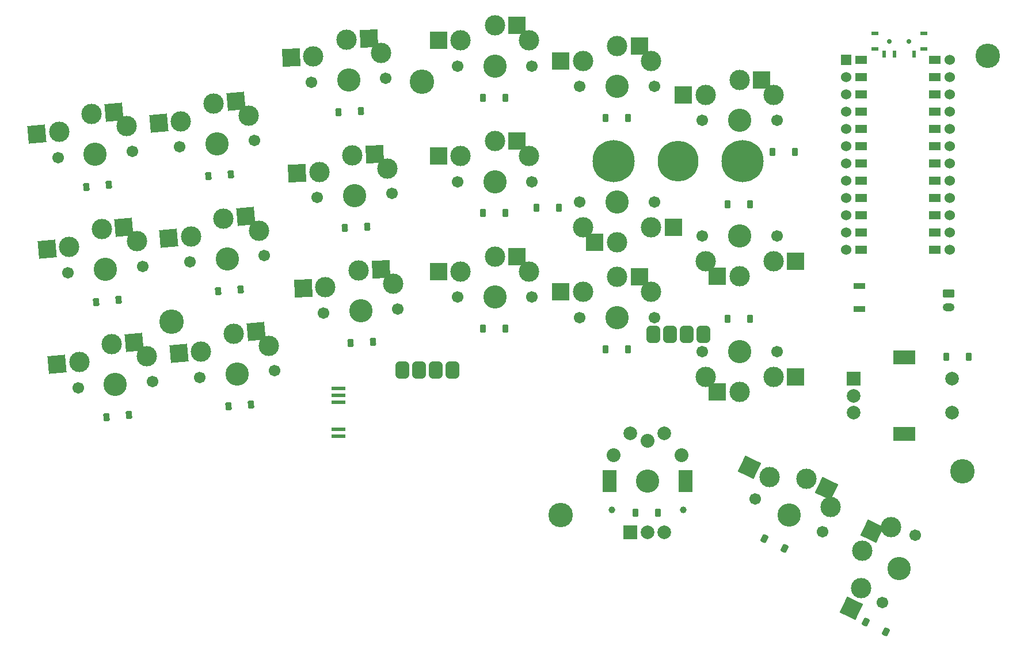
<source format=gts>
G04 #@! TF.GenerationSoftware,KiCad,Pcbnew,8.0.5*
G04 #@! TF.CreationDate,2024-10-04T22:09:34+02:00*
G04 #@! TF.ProjectId,hookah,686f6f6b-6168-42e6-9b69-6361645f7063,1*
G04 #@! TF.SameCoordinates,Original*
G04 #@! TF.FileFunction,Soldermask,Top*
G04 #@! TF.FilePolarity,Negative*
%FSLAX46Y46*%
G04 Gerber Fmt 4.6, Leading zero omitted, Abs format (unit mm)*
G04 Created by KiCad (PCBNEW 8.0.5) date 2024-10-04 22:09:34*
%MOMM*%
%LPD*%
G01*
G04 APERTURE LIST*
G04 Aperture macros list*
%AMRoundRect*
0 Rectangle with rounded corners*
0 $1 Rounding radius*
0 $2 $3 $4 $5 $6 $7 $8 $9 X,Y pos of 4 corners*
0 Add a 4 corners polygon primitive as box body*
4,1,4,$2,$3,$4,$5,$6,$7,$8,$9,$2,$3,0*
0 Add four circle primitives for the rounded corners*
1,1,$1+$1,$2,$3*
1,1,$1+$1,$4,$5*
1,1,$1+$1,$6,$7*
1,1,$1+$1,$8,$9*
0 Add four rect primitives between the rounded corners*
20,1,$1+$1,$2,$3,$4,$5,0*
20,1,$1+$1,$4,$5,$6,$7,0*
20,1,$1+$1,$6,$7,$8,$9,0*
20,1,$1+$1,$8,$9,$2,$3,0*%
%AMRotRect*
0 Rectangle, with rotation*
0 The origin of the aperture is its center*
0 $1 length*
0 $2 width*
0 $3 Rotation angle, in degrees counterclockwise*
0 Add horizontal line*
21,1,$1,$2,0,0,$3*%
%AMFreePoly0*
4,1,6,0.600000,0.200000,0.000000,-0.400000,-0.600000,0.200000,-0.600000,0.400000,0.600000,0.400000,0.600000,0.200000,0.600000,0.200000,$1*%
%AMFreePoly1*
4,1,6,0.600000,-0.250000,-0.600000,-0.250000,-0.600000,1.000000,0.000000,0.400000,0.600000,1.000000,0.600000,-0.250000,0.600000,-0.250000,$1*%
G04 Aperture macros list end*
%ADD10C,0.200000*%
%ADD11RoundRect,0.225000X0.225000X0.375000X-0.225000X0.375000X-0.225000X-0.375000X0.225000X-0.375000X0*%
%ADD12C,1.701800*%
%ADD13C,3.000000*%
%ADD14C,3.429000*%
%ADD15R,2.600000X2.600000*%
%ADD16RotRect,2.600000X2.600000X244.000000*%
%ADD17RoundRect,0.225000X0.191460X0.393183X-0.256827X0.353963X-0.191460X-0.393183X0.256827X-0.353963X0*%
%ADD18RoundRect,0.225000X0.366618X0.238414X-0.037839X0.435681X-0.366618X-0.238414X0.037839X-0.435681X0*%
%ADD19RotRect,2.600000X2.600000X183.000000*%
%ADD20R,2.000000X2.000000*%
%ADD21C,2.000000*%
%ADD22R,3.200000X2.000000*%
%ADD23RotRect,2.600000X2.600000X185.000000*%
%ADD24C,3.600000*%
%ADD25C,1.524000*%
%ADD26FreePoly0,270.000000*%
%ADD27FreePoly0,90.000000*%
%ADD28R,1.524000X1.524000*%
%ADD29FreePoly1,270.000000*%
%ADD30FreePoly1,90.000000*%
%ADD31R,2.000000X0.610000*%
%ADD32R,2.000000X3.200000*%
%ADD33R,1.100000X0.600000*%
%ADD34R,1.000000X0.600000*%
%ADD35C,0.700000*%
%ADD36R,0.600000X1.000000*%
%ADD37RotRect,2.600000X2.600000X154.000000*%
%ADD38RoundRect,0.225000X0.205066X0.386262X-0.244318X0.362710X-0.205066X-0.386262X0.244318X-0.362710X0*%
%ADD39RoundRect,0.225000X0.231510X0.371016X-0.218421X0.378870X-0.231510X-0.371016X0.218421X-0.378870X0*%
%ADD40RoundRect,0.250000X-0.625000X0.350000X-0.625000X-0.350000X0.625000X-0.350000X0.625000X0.350000X0*%
%ADD41O,1.750000X1.200000*%
%ADD42R,1.700000X0.900000*%
%ADD43C,6.200000*%
%ADD44C,6.000000*%
%ADD45RoundRect,0.500000X-0.500000X0.750000X-0.500000X-0.750000X0.500000X-0.750000X0.500000X0.750000X0*%
%ADD46C,0.990600*%
%ADD47C,2.032000*%
%ADD48RoundRect,0.500000X0.500000X-0.750000X0.500000X0.750000X-0.500000X0.750000X-0.500000X-0.750000X0*%
G04 APERTURE END LIST*
D10*
X178663786Y-42304555D02*
X177647786Y-42304555D01*
X177647786Y-41288555D01*
X178663786Y-41288555D01*
X178663786Y-42304555D01*
G36*
X178663786Y-42304555D02*
G01*
X177647786Y-42304555D01*
X177647786Y-41288555D01*
X178663786Y-41288555D01*
X178663786Y-42304555D01*
G37*
X178663786Y-44844555D02*
X177647786Y-44844555D01*
X177647786Y-43828555D01*
X178663786Y-43828555D01*
X178663786Y-44844555D01*
G36*
X178663786Y-44844555D02*
G01*
X177647786Y-44844555D01*
X177647786Y-43828555D01*
X178663786Y-43828555D01*
X178663786Y-44844555D01*
G37*
X178663786Y-47384555D02*
X177647786Y-47384555D01*
X177647786Y-46368555D01*
X178663786Y-46368555D01*
X178663786Y-47384555D01*
G36*
X178663786Y-47384555D02*
G01*
X177647786Y-47384555D01*
X177647786Y-46368555D01*
X178663786Y-46368555D01*
X178663786Y-47384555D01*
G37*
X178663786Y-49924555D02*
X177647786Y-49924555D01*
X177647786Y-48908555D01*
X178663786Y-48908555D01*
X178663786Y-49924555D01*
G36*
X178663786Y-49924555D02*
G01*
X177647786Y-49924555D01*
X177647786Y-48908555D01*
X178663786Y-48908555D01*
X178663786Y-49924555D01*
G37*
X178663786Y-52464555D02*
X177647786Y-52464555D01*
X177647786Y-51448555D01*
X178663786Y-51448555D01*
X178663786Y-52464555D01*
G36*
X178663786Y-52464555D02*
G01*
X177647786Y-52464555D01*
X177647786Y-51448555D01*
X178663786Y-51448555D01*
X178663786Y-52464555D01*
G37*
X178663786Y-55004554D02*
X177647786Y-55004555D01*
X177647786Y-53988555D01*
X178663786Y-53988555D01*
X178663786Y-55004554D01*
G36*
X178663786Y-55004554D02*
G01*
X177647786Y-55004555D01*
X177647786Y-53988555D01*
X178663786Y-53988555D01*
X178663786Y-55004554D01*
G37*
X178663786Y-57544555D02*
X177647786Y-57544555D01*
X177647786Y-56528555D01*
X178663786Y-56528555D01*
X178663786Y-57544555D01*
G36*
X178663786Y-57544555D02*
G01*
X177647786Y-57544555D01*
X177647786Y-56528555D01*
X178663786Y-56528555D01*
X178663786Y-57544555D01*
G37*
X178663786Y-60084555D02*
X177647786Y-60084555D01*
X177647786Y-59068555D01*
X178663786Y-59068555D01*
X178663786Y-60084555D01*
G36*
X178663786Y-60084555D02*
G01*
X177647786Y-60084555D01*
X177647786Y-59068555D01*
X178663786Y-59068555D01*
X178663786Y-60084555D01*
G37*
X178663786Y-62624555D02*
X177647786Y-62624555D01*
X177647786Y-61608555D01*
X178663786Y-61608555D01*
X178663786Y-62624555D01*
G36*
X178663786Y-62624555D02*
G01*
X177647786Y-62624555D01*
X177647786Y-61608555D01*
X178663786Y-61608555D01*
X178663786Y-62624555D01*
G37*
X178663786Y-65164555D02*
X177647786Y-65164555D01*
X177647786Y-64148555D01*
X178663786Y-64148555D01*
X178663786Y-65164555D01*
G36*
X178663786Y-65164555D02*
G01*
X177647786Y-65164555D01*
X177647786Y-64148555D01*
X178663786Y-64148555D01*
X178663786Y-65164555D01*
G37*
X178663786Y-67704555D02*
X177647786Y-67704555D01*
X177647786Y-66688555D01*
X178663786Y-66688555D01*
X178663786Y-67704555D01*
G36*
X178663786Y-67704555D02*
G01*
X177647786Y-67704555D01*
X177647786Y-66688555D01*
X178663786Y-66688555D01*
X178663786Y-67704555D01*
G37*
X178663786Y-70244555D02*
X177647786Y-70244555D01*
X177647786Y-69228555D01*
X178663786Y-69228555D01*
X178663786Y-70244555D01*
G36*
X178663786Y-70244555D02*
G01*
X177647786Y-70244555D01*
X177647786Y-69228555D01*
X178663786Y-69228555D01*
X178663786Y-70244555D01*
G37*
X189839786Y-42304555D02*
X188823786Y-42304555D01*
X188823786Y-41288555D01*
X189839786Y-41288555D01*
X189839786Y-42304555D01*
G36*
X189839786Y-42304555D02*
G01*
X188823786Y-42304555D01*
X188823786Y-41288555D01*
X189839786Y-41288555D01*
X189839786Y-42304555D01*
G37*
X189839786Y-44844555D02*
X188823786Y-44844555D01*
X188823786Y-43828555D01*
X189839786Y-43828555D01*
X189839786Y-44844555D01*
G36*
X189839786Y-44844555D02*
G01*
X188823786Y-44844555D01*
X188823786Y-43828555D01*
X189839786Y-43828555D01*
X189839786Y-44844555D01*
G37*
X189839786Y-47384555D02*
X188823786Y-47384555D01*
X188823786Y-46368555D01*
X189839786Y-46368555D01*
X189839786Y-47384555D01*
G36*
X189839786Y-47384555D02*
G01*
X188823786Y-47384555D01*
X188823786Y-46368555D01*
X189839786Y-46368555D01*
X189839786Y-47384555D01*
G37*
X189839786Y-49924555D02*
X188823786Y-49924555D01*
X188823786Y-48908555D01*
X189839786Y-48908555D01*
X189839786Y-49924555D01*
G36*
X189839786Y-49924555D02*
G01*
X188823786Y-49924555D01*
X188823786Y-48908555D01*
X189839786Y-48908555D01*
X189839786Y-49924555D01*
G37*
X189839786Y-52464555D02*
X188823786Y-52464555D01*
X188823786Y-51448555D01*
X189839786Y-51448555D01*
X189839786Y-52464555D01*
G36*
X189839786Y-52464555D02*
G01*
X188823786Y-52464555D01*
X188823786Y-51448555D01*
X189839786Y-51448555D01*
X189839786Y-52464555D01*
G37*
X189839786Y-55004555D02*
X188823786Y-55004555D01*
X188823786Y-53988555D01*
X189839786Y-53988555D01*
X189839786Y-55004555D01*
G36*
X189839786Y-55004555D02*
G01*
X188823786Y-55004555D01*
X188823786Y-53988555D01*
X189839786Y-53988555D01*
X189839786Y-55004555D01*
G37*
X189839786Y-57544555D02*
X188823786Y-57544555D01*
X188823786Y-56528556D01*
X189839786Y-56528555D01*
X189839786Y-57544555D01*
G36*
X189839786Y-57544555D02*
G01*
X188823786Y-57544555D01*
X188823786Y-56528556D01*
X189839786Y-56528555D01*
X189839786Y-57544555D01*
G37*
X189839786Y-60084555D02*
X188823786Y-60084555D01*
X188823786Y-59068555D01*
X189839786Y-59068555D01*
X189839786Y-60084555D01*
G36*
X189839786Y-60084555D02*
G01*
X188823786Y-60084555D01*
X188823786Y-59068555D01*
X189839786Y-59068555D01*
X189839786Y-60084555D01*
G37*
X189839786Y-62624555D02*
X188823786Y-62624555D01*
X188823786Y-61608555D01*
X189839786Y-61608555D01*
X189839786Y-62624555D01*
G36*
X189839786Y-62624555D02*
G01*
X188823786Y-62624555D01*
X188823786Y-61608555D01*
X189839786Y-61608555D01*
X189839786Y-62624555D01*
G37*
X189839786Y-65164555D02*
X188823786Y-65164555D01*
X188823786Y-64148555D01*
X189839786Y-64148555D01*
X189839786Y-65164555D01*
G36*
X189839786Y-65164555D02*
G01*
X188823786Y-65164555D01*
X188823786Y-64148555D01*
X189839786Y-64148555D01*
X189839786Y-65164555D01*
G37*
X189839786Y-67704555D02*
X188823786Y-67704555D01*
X188823786Y-66688555D01*
X189839786Y-66688555D01*
X189839786Y-67704555D01*
G36*
X189839786Y-67704555D02*
G01*
X188823786Y-67704555D01*
X188823786Y-66688555D01*
X189839786Y-66688555D01*
X189839786Y-67704555D01*
G37*
X189839786Y-70244555D02*
X188823786Y-70244555D01*
X188823786Y-69228555D01*
X189839786Y-69228555D01*
X189839786Y-70244555D01*
G36*
X189839786Y-70244555D02*
G01*
X188823786Y-70244555D01*
X188823786Y-69228555D01*
X189839786Y-69228555D01*
X189839786Y-70244555D01*
G37*
D11*
X143990195Y-84364247D03*
X140690195Y-84364247D03*
D12*
X136902587Y-79712665D03*
X136902587Y-79712665D03*
D13*
X137402586Y-75962665D03*
X142402587Y-73762665D03*
D14*
X142402587Y-79712665D03*
X142402587Y-79712665D03*
X142402587Y-79712665D03*
D13*
X147402587Y-75962665D03*
D12*
X147902587Y-79712665D03*
X147902587Y-79712665D03*
D15*
X145677587Y-73762665D03*
X134127587Y-75962665D03*
D11*
X125990201Y-81364252D03*
X122690201Y-81364252D03*
D12*
X147902585Y-62712667D03*
X147902585Y-62712667D03*
D13*
X147402586Y-66462667D03*
X142402585Y-68662667D03*
D14*
X142402585Y-62712667D03*
X142402585Y-62712667D03*
X142402585Y-62712667D03*
D13*
X137402585Y-66462667D03*
D12*
X136902585Y-62712667D03*
X136902585Y-62712667D03*
D15*
X139127585Y-68662667D03*
X150677585Y-66462667D03*
D12*
X181432463Y-121610040D03*
X181432463Y-121610040D03*
D13*
X178281171Y-119516752D03*
X178495680Y-114058365D03*
D14*
X183843504Y-116666673D03*
X183843504Y-116666673D03*
X183843504Y-116666673D03*
D13*
X182664882Y-110528811D03*
D12*
X186254546Y-111723306D03*
X186254546Y-111723306D03*
D16*
X179931345Y-111114814D03*
X176845506Y-122460302D03*
D17*
X85544408Y-58640577D03*
X82256966Y-58928191D03*
D18*
X167053401Y-113653133D03*
X164087381Y-112206509D03*
D12*
X98299887Y-62058696D03*
X98299887Y-62058696D03*
D13*
X98602941Y-58287667D03*
X103480950Y-55829002D03*
D14*
X103792349Y-61770848D03*
X103792349Y-61770848D03*
X103792349Y-61770848D03*
D13*
X108589237Y-57764307D03*
D12*
X109284811Y-61483000D03*
X109284811Y-61483000D03*
D19*
X106751462Y-55657602D03*
X95332430Y-58459067D03*
D20*
X177170998Y-88712600D03*
D21*
X177170998Y-93712600D03*
X177170998Y-91212601D03*
D22*
X184670997Y-96812600D03*
X184670999Y-85612600D03*
D21*
X191670998Y-93712600D03*
X191670998Y-88712600D03*
D12*
X63110147Y-90063842D03*
X63110147Y-90063842D03*
D13*
X63281407Y-86284535D03*
X68070642Y-83657127D03*
D14*
X68589219Y-89584486D03*
X68589219Y-89584486D03*
X68589219Y-89584486D03*
D13*
X73243358Y-85412977D03*
D12*
X74068290Y-89105129D03*
X74068290Y-89105129D03*
D23*
X71333180Y-83371692D03*
X60018874Y-86569970D03*
D17*
X70576199Y-94080000D03*
X67288757Y-94367614D03*
D12*
X97410177Y-45081993D03*
X97410177Y-45081993D03*
D13*
X97713231Y-41310964D03*
X102591240Y-38852299D03*
D14*
X102902639Y-44794145D03*
X102902639Y-44794145D03*
X102902639Y-44794145D03*
D13*
X107699527Y-40787604D03*
D12*
X108395101Y-44506297D03*
X108395101Y-44506297D03*
D19*
X105861752Y-38680899D03*
X94442720Y-41482364D03*
D24*
X113677886Y-45009657D03*
D11*
X168515598Y-55373200D03*
X165215598Y-55373200D03*
D17*
X87026055Y-75575887D03*
X83738613Y-75863501D03*
D24*
X193179998Y-102337800D03*
D12*
X61628498Y-73128534D03*
X61628498Y-73128534D03*
D13*
X61799758Y-69349227D03*
X66588993Y-66721819D03*
D14*
X67107570Y-72649178D03*
X67107570Y-72649178D03*
X67107570Y-72649178D03*
D13*
X71761709Y-68477669D03*
D12*
X72586641Y-72169821D03*
X72586641Y-72169821D03*
D23*
X69851531Y-66436384D03*
X58537225Y-69634662D03*
D25*
X191363786Y-41796555D03*
D26*
X189585786Y-41796555D03*
D27*
X177901786Y-41796555D03*
D25*
X176123786Y-41796555D03*
D28*
X176123786Y-41796555D03*
D25*
X191363786Y-44336555D03*
D26*
X189585786Y-44336555D03*
D27*
X177901786Y-44336555D03*
D25*
X176123786Y-44336555D03*
X191363786Y-46876555D03*
D26*
X189585786Y-46876555D03*
D27*
X177901786Y-46876555D03*
D25*
X176123786Y-46876555D03*
X191363786Y-49416555D03*
D26*
X189585786Y-49416555D03*
D27*
X177901786Y-49416555D03*
D25*
X176123786Y-49416555D03*
D26*
X189585786Y-51956555D03*
D27*
X177901786Y-51956555D03*
D25*
X176123786Y-51956555D03*
X191363786Y-51956556D03*
X191363786Y-54496554D03*
D26*
X189585786Y-54496555D03*
D27*
X177901786Y-54496555D03*
D25*
X176123786Y-54496555D03*
X191363786Y-57036555D03*
D26*
X189585786Y-57036555D03*
D27*
X177901786Y-57036555D03*
D25*
X176123786Y-57036556D03*
X176123786Y-59576554D03*
X191363786Y-59576555D03*
D26*
X189585786Y-59576555D03*
D27*
X177901786Y-59576555D03*
D25*
X191363786Y-62116555D03*
D26*
X189585786Y-62116555D03*
D27*
X177901786Y-62116555D03*
D25*
X176123786Y-62116555D03*
X191363786Y-64656555D03*
D26*
X189585786Y-64656555D03*
D27*
X177901786Y-64656555D03*
D25*
X176123786Y-64656555D03*
X191363786Y-67196555D03*
D26*
X189585786Y-67196555D03*
D27*
X177901786Y-67196555D03*
D25*
X176123786Y-67196555D03*
X191363786Y-69736555D03*
D26*
X189585786Y-69736555D03*
D27*
X177901786Y-69736555D03*
D25*
X176123786Y-69736555D03*
D29*
X188569786Y-41796555D03*
X188569786Y-44336555D03*
X188569786Y-46876555D03*
X188569786Y-49416555D03*
X188569786Y-51956555D03*
X188569786Y-54496555D03*
X188569786Y-57036555D03*
X188569786Y-59576555D03*
X188569786Y-62116555D03*
X188569786Y-64656555D03*
X188569786Y-67196555D03*
X188569786Y-69736555D03*
D30*
X178917786Y-69736555D03*
X178917786Y-67196555D03*
X178917786Y-64656555D03*
X178917786Y-62116555D03*
X178917786Y-59576555D03*
X178917786Y-57036555D03*
X178917786Y-54496555D03*
X178917786Y-51956555D03*
X178917786Y-49416555D03*
X178917786Y-46876555D03*
X178917786Y-44336555D03*
X178917786Y-41796555D03*
D31*
X101417198Y-90154600D03*
X101417198Y-91154600D03*
X101417198Y-92154600D03*
X101417198Y-96154600D03*
X101417198Y-97154600D03*
D20*
X144373045Y-111287550D03*
D21*
X149373045Y-111287550D03*
X146873046Y-111287550D03*
D32*
X152473045Y-103787551D03*
X141273045Y-103787549D03*
D21*
X149373045Y-96787550D03*
X144373045Y-96787550D03*
D33*
X180306799Y-37948800D03*
D34*
X187506799Y-37948801D03*
D35*
X185356799Y-39091801D03*
X182456799Y-39091801D03*
D33*
X187506799Y-40234801D03*
D34*
X180306799Y-40234801D03*
D36*
X186106800Y-40941801D03*
X183206799Y-40941801D03*
X181706799Y-40941801D03*
D12*
X118902592Y-76712666D03*
X118902592Y-76712666D03*
D13*
X119402592Y-72962666D03*
X124402592Y-70762666D03*
D14*
X124402592Y-76712666D03*
X124402592Y-76712666D03*
X124402592Y-76712666D03*
D13*
X129402592Y-72962666D03*
D12*
X129902592Y-76712666D03*
X129902592Y-76712666D03*
D15*
X127677592Y-70762666D03*
X116127592Y-72962666D03*
D24*
X76847998Y-80316000D03*
D12*
X99189602Y-79035398D03*
X99189602Y-79035398D03*
D13*
X99492656Y-75264369D03*
X104370665Y-72805704D03*
D14*
X104682064Y-78747550D03*
X104682064Y-78747550D03*
X104682064Y-78747550D03*
D13*
X109478952Y-74741009D03*
D12*
X110174526Y-78459702D03*
X110174526Y-78459702D03*
D19*
X107641177Y-72634304D03*
X96222145Y-75435769D03*
D12*
X78078354Y-54624419D03*
X78078354Y-54624419D03*
D13*
X78249614Y-50845112D03*
X83038849Y-48217704D03*
D14*
X83557426Y-54145063D03*
X83557426Y-54145063D03*
X83557426Y-54145063D03*
D13*
X88211565Y-49973554D03*
D12*
X89036497Y-53665706D03*
X89036497Y-53665706D03*
D23*
X86301387Y-47932269D03*
X74987081Y-51130547D03*
D24*
X134099598Y-108764000D03*
D11*
X125990200Y-64364252D03*
X122690200Y-64364252D03*
D12*
X118902589Y-42712668D03*
X118902589Y-42712668D03*
D13*
X119402589Y-38962668D03*
X124402589Y-36762668D03*
D14*
X124402589Y-42712668D03*
X124402589Y-42712668D03*
X124402589Y-42712668D03*
D13*
X129402589Y-38962668D03*
D12*
X129902589Y-42712668D03*
X129902589Y-42712668D03*
D15*
X127677589Y-36762668D03*
X116127589Y-38962668D03*
D17*
X69094551Y-77144691D03*
X65807109Y-77432305D03*
D11*
X161962398Y-79935000D03*
X158662398Y-79935000D03*
D12*
X162722221Y-106365315D03*
X162722221Y-106365315D03*
D13*
X164815509Y-103214023D03*
X170273896Y-103428532D03*
D14*
X167665588Y-108776356D03*
X167665588Y-108776356D03*
X167665588Y-108776356D03*
D13*
X173803450Y-107597734D03*
D12*
X172608955Y-111187398D03*
X172608955Y-111187398D03*
D37*
X173217447Y-104864197D03*
X161871959Y-101778358D03*
D12*
X79560005Y-71559729D03*
X79560005Y-71559729D03*
D13*
X79731265Y-67780422D03*
X84520500Y-65153014D03*
D14*
X85039077Y-71080373D03*
X85039077Y-71080373D03*
X85039077Y-71080373D03*
D13*
X89693216Y-66908864D03*
D12*
X90518148Y-70601016D03*
X90518148Y-70601016D03*
D23*
X87783038Y-64867579D03*
X76468732Y-68065857D03*
D12*
X118902588Y-59712669D03*
X118902588Y-59712669D03*
D13*
X119402588Y-55962669D03*
X124402588Y-53762669D03*
D14*
X124402588Y-59712669D03*
X124402588Y-59712669D03*
X124402588Y-59712669D03*
D13*
X129402588Y-55962669D03*
D12*
X129902588Y-59712669D03*
X129902588Y-59712669D03*
D15*
X127677588Y-53762669D03*
X116127588Y-55962669D03*
D38*
X106510940Y-83309670D03*
X103215462Y-83482378D03*
D12*
X81041649Y-88495040D03*
X81041649Y-88495040D03*
D13*
X81212909Y-84715733D03*
X86002144Y-82088325D03*
D14*
X86520721Y-88015684D03*
X86520721Y-88015684D03*
X86520721Y-88015684D03*
D13*
X91174860Y-83844175D03*
D12*
X91999792Y-87536327D03*
X91999792Y-87536327D03*
D23*
X89264682Y-81802890D03*
X77950376Y-85001168D03*
D39*
X148379235Y-108466130D03*
X145079737Y-108408538D03*
D11*
X161911598Y-63069400D03*
X158611598Y-63069400D03*
D12*
X60146852Y-56193224D03*
X60146852Y-56193224D03*
D13*
X60318112Y-52413917D03*
X65107347Y-49786509D03*
D14*
X65625924Y-55713868D03*
X65625924Y-55713868D03*
X65625924Y-55713868D03*
D13*
X70280063Y-51542359D03*
D12*
X71104995Y-55234511D03*
X71104995Y-55234511D03*
D23*
X68369885Y-49501074D03*
X57055579Y-52699352D03*
D11*
X133845598Y-63602800D03*
X130545598Y-63602800D03*
D18*
X181906765Y-125977514D03*
X178940745Y-124530890D03*
D40*
X191147998Y-76201200D03*
D41*
X191147998Y-78201200D03*
D12*
X165902591Y-67712668D03*
X165902591Y-67712668D03*
D13*
X165402591Y-71462669D03*
X160402591Y-73662669D03*
D14*
X160402591Y-67712669D03*
X160402591Y-67712669D03*
X160402591Y-67712669D03*
D13*
X155402591Y-71462669D03*
D12*
X154902591Y-67712669D03*
X154902591Y-67712669D03*
D15*
X157127591Y-73662669D03*
X168677591Y-71462669D03*
D12*
X165902588Y-84712668D03*
X165902588Y-84712668D03*
D13*
X165402588Y-88462669D03*
X160402588Y-90662669D03*
D14*
X160402588Y-84712669D03*
X160402588Y-84712669D03*
X160402588Y-84712669D03*
D13*
X155402588Y-88462669D03*
D12*
X154902588Y-84712669D03*
X154902588Y-84712669D03*
D15*
X157127588Y-90662669D03*
X168677588Y-88462669D03*
D42*
X178016198Y-75034600D03*
X178016198Y-78434600D03*
D43*
X141871598Y-56744800D03*
D44*
X151371598Y-56744800D03*
D43*
X160871598Y-56744800D03*
D12*
X154902589Y-50712669D03*
X154902589Y-50712669D03*
D13*
X155402589Y-46962668D03*
X160402589Y-44762668D03*
D14*
X160402589Y-50712668D03*
X160402589Y-50712668D03*
X160402589Y-50712668D03*
D13*
X165402589Y-46962668D03*
D12*
X165902589Y-50712668D03*
X165902589Y-50712668D03*
D15*
X163677589Y-44762668D03*
X152127589Y-46962668D03*
D12*
X136902589Y-45712668D03*
X136902589Y-45712668D03*
D13*
X137402588Y-41962668D03*
X142402589Y-39762668D03*
D14*
X142402589Y-45712668D03*
X142402589Y-45712668D03*
X142402589Y-45712668D03*
D13*
X147402589Y-41962668D03*
D12*
X147902589Y-45712668D03*
X147902589Y-45712668D03*
D15*
X145677589Y-39762668D03*
X134127589Y-41962668D03*
D11*
X143990197Y-50364250D03*
X140690197Y-50364250D03*
D24*
X196888398Y-41174600D03*
D45*
X147721998Y-82221800D03*
X150171998Y-82221800D03*
X152621998Y-82221800D03*
X155071998Y-82221800D03*
D17*
X67612902Y-60209381D03*
X64325460Y-60496995D03*
D38*
X105621228Y-66332968D03*
X102325750Y-66505676D03*
D11*
X125990199Y-47364251D03*
X122690199Y-47364251D03*
D12*
X152373045Y-103787550D03*
D46*
X152093045Y-107987550D03*
D14*
X146873045Y-103787550D03*
D46*
X141653045Y-107987550D03*
D12*
X141373045Y-103787550D03*
D47*
X146873045Y-97887550D03*
X151873045Y-99987550D03*
X141873045Y-99987550D03*
D38*
X104731519Y-49356264D03*
X101436041Y-49528972D03*
D17*
X88507703Y-92511197D03*
X85220261Y-92798811D03*
D48*
X110817198Y-87404600D03*
X113267198Y-87404600D03*
X115717198Y-87404600D03*
X118167198Y-87404600D03*
D35*
X185359399Y-39088200D03*
X182459399Y-39088200D03*
D11*
X194144198Y-85523000D03*
X190844198Y-85523000D03*
M02*

</source>
